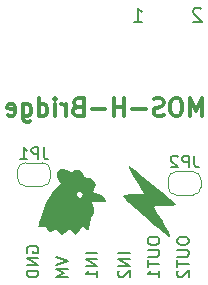
<source format=gbo>
G04 #@! TF.GenerationSoftware,KiCad,Pcbnew,7.0.10-7.0.10~ubuntu22.04.1*
G04 #@! TF.CreationDate,2024-01-16T23:48:01+08:00*
G04 #@! TF.ProjectId,EL_oscillator,454c5f6f-7363-4696-9c6c-61746f722e6b,rev?*
G04 #@! TF.SameCoordinates,Original*
G04 #@! TF.FileFunction,Legend,Bot*
G04 #@! TF.FilePolarity,Positive*
%FSLAX46Y46*%
G04 Gerber Fmt 4.6, Leading zero omitted, Abs format (unit mm)*
G04 Created by KiCad (PCBNEW 7.0.10-7.0.10~ubuntu22.04.1) date 2024-01-16 23:48:01*
%MOMM*%
%LPD*%
G01*
G04 APERTURE LIST*
G04 Aperture macros list*
%AMFreePoly0*
4,1,19,0.500000,-0.750000,0.000000,-0.750000,0.000000,-0.744911,-0.071157,-0.744911,-0.207708,-0.704816,-0.327430,-0.627875,-0.420627,-0.520320,-0.479746,-0.390866,-0.500000,-0.250000,-0.500000,0.250000,-0.479746,0.390866,-0.420627,0.520320,-0.327430,0.627875,-0.207708,0.704816,-0.071157,0.744911,0.000000,0.744911,0.000000,0.750000,0.500000,0.750000,0.500000,-0.750000,0.500000,-0.750000,
$1*%
%AMFreePoly1*
4,1,19,0.000000,0.744911,0.071157,0.744911,0.207708,0.704816,0.327430,0.627875,0.420627,0.520320,0.479746,0.390866,0.500000,0.250000,0.500000,-0.250000,0.479746,-0.390866,0.420627,-0.520320,0.327430,-0.627875,0.207708,-0.704816,0.071157,-0.744911,0.000000,-0.744911,0.000000,-0.750000,-0.500000,-0.750000,-0.500000,0.750000,0.000000,0.750000,0.000000,0.744911,0.000000,0.744911,
$1*%
G04 Aperture macros list end*
%ADD10C,0.200000*%
%ADD11C,0.150000*%
%ADD12C,0.300000*%
%ADD13C,0.120000*%
%ADD14R,1.700000X1.700000*%
%ADD15O,1.700000X1.700000*%
%ADD16R,1.600000X1.600000*%
%ADD17C,1.600000*%
%ADD18R,3.000000X3.000000*%
%ADD19C,3.000000*%
%ADD20FreePoly0,0.000000*%
%ADD21FreePoly1,0.000000*%
%ADD22FreePoly0,180.000000*%
%ADD23FreePoly1,180.000000*%
G04 APERTURE END LIST*
D10*
X118889850Y-100757028D02*
X118832707Y-100699885D01*
X118832707Y-100699885D02*
X118718422Y-100642742D01*
X118718422Y-100642742D02*
X118432707Y-100642742D01*
X118432707Y-100642742D02*
X118318422Y-100699885D01*
X118318422Y-100699885D02*
X118261279Y-100757028D01*
X118261279Y-100757028D02*
X118204136Y-100871314D01*
X118204136Y-100871314D02*
X118204136Y-100985600D01*
X118204136Y-100985600D02*
X118261279Y-101157028D01*
X118261279Y-101157028D02*
X118946993Y-101842742D01*
X118946993Y-101842742D02*
X118204136Y-101842742D01*
D11*
X110119819Y-121413221D02*
X109119819Y-121413221D01*
X110119819Y-121889411D02*
X109119819Y-121889411D01*
X109119819Y-121889411D02*
X110119819Y-122460839D01*
X110119819Y-122460839D02*
X109119819Y-122460839D01*
X110119819Y-123460839D02*
X110119819Y-122889411D01*
X110119819Y-123175125D02*
X109119819Y-123175125D01*
X109119819Y-123175125D02*
X109262676Y-123079887D01*
X109262676Y-123079887D02*
X109357914Y-122984649D01*
X109357914Y-122984649D02*
X109405533Y-122889411D01*
D12*
X118945489Y-109800828D02*
X118945489Y-108300828D01*
X118945489Y-108300828D02*
X118445489Y-109372257D01*
X118445489Y-109372257D02*
X117945489Y-108300828D01*
X117945489Y-108300828D02*
X117945489Y-109800828D01*
X116945488Y-108300828D02*
X116659774Y-108300828D01*
X116659774Y-108300828D02*
X116516917Y-108372257D01*
X116516917Y-108372257D02*
X116374060Y-108515114D01*
X116374060Y-108515114D02*
X116302631Y-108800828D01*
X116302631Y-108800828D02*
X116302631Y-109300828D01*
X116302631Y-109300828D02*
X116374060Y-109586542D01*
X116374060Y-109586542D02*
X116516917Y-109729400D01*
X116516917Y-109729400D02*
X116659774Y-109800828D01*
X116659774Y-109800828D02*
X116945488Y-109800828D01*
X116945488Y-109800828D02*
X117088346Y-109729400D01*
X117088346Y-109729400D02*
X117231203Y-109586542D01*
X117231203Y-109586542D02*
X117302631Y-109300828D01*
X117302631Y-109300828D02*
X117302631Y-108800828D01*
X117302631Y-108800828D02*
X117231203Y-108515114D01*
X117231203Y-108515114D02*
X117088346Y-108372257D01*
X117088346Y-108372257D02*
X116945488Y-108300828D01*
X115731202Y-109729400D02*
X115516917Y-109800828D01*
X115516917Y-109800828D02*
X115159774Y-109800828D01*
X115159774Y-109800828D02*
X115016917Y-109729400D01*
X115016917Y-109729400D02*
X114945488Y-109657971D01*
X114945488Y-109657971D02*
X114874059Y-109515114D01*
X114874059Y-109515114D02*
X114874059Y-109372257D01*
X114874059Y-109372257D02*
X114945488Y-109229400D01*
X114945488Y-109229400D02*
X115016917Y-109157971D01*
X115016917Y-109157971D02*
X115159774Y-109086542D01*
X115159774Y-109086542D02*
X115445488Y-109015114D01*
X115445488Y-109015114D02*
X115588345Y-108943685D01*
X115588345Y-108943685D02*
X115659774Y-108872257D01*
X115659774Y-108872257D02*
X115731202Y-108729400D01*
X115731202Y-108729400D02*
X115731202Y-108586542D01*
X115731202Y-108586542D02*
X115659774Y-108443685D01*
X115659774Y-108443685D02*
X115588345Y-108372257D01*
X115588345Y-108372257D02*
X115445488Y-108300828D01*
X115445488Y-108300828D02*
X115088345Y-108300828D01*
X115088345Y-108300828D02*
X114874059Y-108372257D01*
X114231203Y-109229400D02*
X113088346Y-109229400D01*
X112374060Y-109800828D02*
X112374060Y-108300828D01*
X112374060Y-109015114D02*
X111516917Y-109015114D01*
X111516917Y-109800828D02*
X111516917Y-108300828D01*
X110802631Y-109229400D02*
X109659774Y-109229400D01*
X108445488Y-109015114D02*
X108231202Y-109086542D01*
X108231202Y-109086542D02*
X108159773Y-109157971D01*
X108159773Y-109157971D02*
X108088345Y-109300828D01*
X108088345Y-109300828D02*
X108088345Y-109515114D01*
X108088345Y-109515114D02*
X108159773Y-109657971D01*
X108159773Y-109657971D02*
X108231202Y-109729400D01*
X108231202Y-109729400D02*
X108374059Y-109800828D01*
X108374059Y-109800828D02*
X108945488Y-109800828D01*
X108945488Y-109800828D02*
X108945488Y-108300828D01*
X108945488Y-108300828D02*
X108445488Y-108300828D01*
X108445488Y-108300828D02*
X108302631Y-108372257D01*
X108302631Y-108372257D02*
X108231202Y-108443685D01*
X108231202Y-108443685D02*
X108159773Y-108586542D01*
X108159773Y-108586542D02*
X108159773Y-108729400D01*
X108159773Y-108729400D02*
X108231202Y-108872257D01*
X108231202Y-108872257D02*
X108302631Y-108943685D01*
X108302631Y-108943685D02*
X108445488Y-109015114D01*
X108445488Y-109015114D02*
X108945488Y-109015114D01*
X107445488Y-109800828D02*
X107445488Y-108800828D01*
X107445488Y-109086542D02*
X107374059Y-108943685D01*
X107374059Y-108943685D02*
X107302631Y-108872257D01*
X107302631Y-108872257D02*
X107159773Y-108800828D01*
X107159773Y-108800828D02*
X107016916Y-108800828D01*
X106516917Y-109800828D02*
X106516917Y-108800828D01*
X106516917Y-108300828D02*
X106588345Y-108372257D01*
X106588345Y-108372257D02*
X106516917Y-108443685D01*
X106516917Y-108443685D02*
X106445488Y-108372257D01*
X106445488Y-108372257D02*
X106516917Y-108300828D01*
X106516917Y-108300828D02*
X106516917Y-108443685D01*
X105159774Y-109800828D02*
X105159774Y-108300828D01*
X105159774Y-109729400D02*
X105302631Y-109800828D01*
X105302631Y-109800828D02*
X105588345Y-109800828D01*
X105588345Y-109800828D02*
X105731202Y-109729400D01*
X105731202Y-109729400D02*
X105802631Y-109657971D01*
X105802631Y-109657971D02*
X105874059Y-109515114D01*
X105874059Y-109515114D02*
X105874059Y-109086542D01*
X105874059Y-109086542D02*
X105802631Y-108943685D01*
X105802631Y-108943685D02*
X105731202Y-108872257D01*
X105731202Y-108872257D02*
X105588345Y-108800828D01*
X105588345Y-108800828D02*
X105302631Y-108800828D01*
X105302631Y-108800828D02*
X105159774Y-108872257D01*
X103802631Y-108800828D02*
X103802631Y-110015114D01*
X103802631Y-110015114D02*
X103874059Y-110157971D01*
X103874059Y-110157971D02*
X103945488Y-110229400D01*
X103945488Y-110229400D02*
X104088345Y-110300828D01*
X104088345Y-110300828D02*
X104302631Y-110300828D01*
X104302631Y-110300828D02*
X104445488Y-110229400D01*
X103802631Y-109729400D02*
X103945488Y-109800828D01*
X103945488Y-109800828D02*
X104231202Y-109800828D01*
X104231202Y-109800828D02*
X104374059Y-109729400D01*
X104374059Y-109729400D02*
X104445488Y-109657971D01*
X104445488Y-109657971D02*
X104516916Y-109515114D01*
X104516916Y-109515114D02*
X104516916Y-109086542D01*
X104516916Y-109086542D02*
X104445488Y-108943685D01*
X104445488Y-108943685D02*
X104374059Y-108872257D01*
X104374059Y-108872257D02*
X104231202Y-108800828D01*
X104231202Y-108800828D02*
X103945488Y-108800828D01*
X103945488Y-108800828D02*
X103802631Y-108872257D01*
X102516916Y-109729400D02*
X102659773Y-109800828D01*
X102659773Y-109800828D02*
X102945488Y-109800828D01*
X102945488Y-109800828D02*
X103088345Y-109729400D01*
X103088345Y-109729400D02*
X103159773Y-109586542D01*
X103159773Y-109586542D02*
X103159773Y-109015114D01*
X103159773Y-109015114D02*
X103088345Y-108872257D01*
X103088345Y-108872257D02*
X102945488Y-108800828D01*
X102945488Y-108800828D02*
X102659773Y-108800828D01*
X102659773Y-108800828D02*
X102516916Y-108872257D01*
X102516916Y-108872257D02*
X102445488Y-109015114D01*
X102445488Y-109015114D02*
X102445488Y-109157971D01*
X102445488Y-109157971D02*
X103159773Y-109300828D01*
D11*
X112869819Y-121413221D02*
X111869819Y-121413221D01*
X112869819Y-121889411D02*
X111869819Y-121889411D01*
X111869819Y-121889411D02*
X112869819Y-122460839D01*
X112869819Y-122460839D02*
X111869819Y-122460839D01*
X111965057Y-122889411D02*
X111917438Y-122937030D01*
X111917438Y-122937030D02*
X111869819Y-123032268D01*
X111869819Y-123032268D02*
X111869819Y-123270363D01*
X111869819Y-123270363D02*
X111917438Y-123365601D01*
X111917438Y-123365601D02*
X111965057Y-123413220D01*
X111965057Y-123413220D02*
X112060295Y-123460839D01*
X112060295Y-123460839D02*
X112155533Y-123460839D01*
X112155533Y-123460839D02*
X112298390Y-123413220D01*
X112298390Y-123413220D02*
X112869819Y-122841792D01*
X112869819Y-122841792D02*
X112869819Y-123460839D01*
X114369819Y-120270363D02*
X114369819Y-120460839D01*
X114369819Y-120460839D02*
X114417438Y-120556077D01*
X114417438Y-120556077D02*
X114512676Y-120651315D01*
X114512676Y-120651315D02*
X114703152Y-120698934D01*
X114703152Y-120698934D02*
X115036485Y-120698934D01*
X115036485Y-120698934D02*
X115226961Y-120651315D01*
X115226961Y-120651315D02*
X115322200Y-120556077D01*
X115322200Y-120556077D02*
X115369819Y-120460839D01*
X115369819Y-120460839D02*
X115369819Y-120270363D01*
X115369819Y-120270363D02*
X115322200Y-120175125D01*
X115322200Y-120175125D02*
X115226961Y-120079887D01*
X115226961Y-120079887D02*
X115036485Y-120032268D01*
X115036485Y-120032268D02*
X114703152Y-120032268D01*
X114703152Y-120032268D02*
X114512676Y-120079887D01*
X114512676Y-120079887D02*
X114417438Y-120175125D01*
X114417438Y-120175125D02*
X114369819Y-120270363D01*
X114369819Y-121127506D02*
X115179342Y-121127506D01*
X115179342Y-121127506D02*
X115274580Y-121175125D01*
X115274580Y-121175125D02*
X115322200Y-121222744D01*
X115322200Y-121222744D02*
X115369819Y-121317982D01*
X115369819Y-121317982D02*
X115369819Y-121508458D01*
X115369819Y-121508458D02*
X115322200Y-121603696D01*
X115322200Y-121603696D02*
X115274580Y-121651315D01*
X115274580Y-121651315D02*
X115179342Y-121698934D01*
X115179342Y-121698934D02*
X114369819Y-121698934D01*
X114369819Y-122032268D02*
X114369819Y-122603696D01*
X115369819Y-122317982D02*
X114369819Y-122317982D01*
X115369819Y-123460839D02*
X115369819Y-122889411D01*
X115369819Y-123175125D02*
X114369819Y-123175125D01*
X114369819Y-123175125D02*
X114512676Y-123079887D01*
X114512676Y-123079887D02*
X114607914Y-122984649D01*
X114607914Y-122984649D02*
X114655533Y-122889411D01*
D10*
X113204136Y-101842742D02*
X113889850Y-101842742D01*
X113546993Y-101842742D02*
X113546993Y-100642742D01*
X113546993Y-100642742D02*
X113661279Y-100814171D01*
X113661279Y-100814171D02*
X113775564Y-100928457D01*
X113775564Y-100928457D02*
X113889850Y-100985600D01*
D11*
X106619819Y-121746554D02*
X107619819Y-122079887D01*
X107619819Y-122079887D02*
X106619819Y-122413220D01*
X107619819Y-122746554D02*
X106619819Y-122746554D01*
X106619819Y-122746554D02*
X107334104Y-123079887D01*
X107334104Y-123079887D02*
X106619819Y-123413220D01*
X106619819Y-123413220D02*
X107619819Y-123413220D01*
X116869819Y-120270363D02*
X116869819Y-120460839D01*
X116869819Y-120460839D02*
X116917438Y-120556077D01*
X116917438Y-120556077D02*
X117012676Y-120651315D01*
X117012676Y-120651315D02*
X117203152Y-120698934D01*
X117203152Y-120698934D02*
X117536485Y-120698934D01*
X117536485Y-120698934D02*
X117726961Y-120651315D01*
X117726961Y-120651315D02*
X117822200Y-120556077D01*
X117822200Y-120556077D02*
X117869819Y-120460839D01*
X117869819Y-120460839D02*
X117869819Y-120270363D01*
X117869819Y-120270363D02*
X117822200Y-120175125D01*
X117822200Y-120175125D02*
X117726961Y-120079887D01*
X117726961Y-120079887D02*
X117536485Y-120032268D01*
X117536485Y-120032268D02*
X117203152Y-120032268D01*
X117203152Y-120032268D02*
X117012676Y-120079887D01*
X117012676Y-120079887D02*
X116917438Y-120175125D01*
X116917438Y-120175125D02*
X116869819Y-120270363D01*
X116869819Y-121127506D02*
X117679342Y-121127506D01*
X117679342Y-121127506D02*
X117774580Y-121175125D01*
X117774580Y-121175125D02*
X117822200Y-121222744D01*
X117822200Y-121222744D02*
X117869819Y-121317982D01*
X117869819Y-121317982D02*
X117869819Y-121508458D01*
X117869819Y-121508458D02*
X117822200Y-121603696D01*
X117822200Y-121603696D02*
X117774580Y-121651315D01*
X117774580Y-121651315D02*
X117679342Y-121698934D01*
X117679342Y-121698934D02*
X116869819Y-121698934D01*
X116869819Y-122032268D02*
X116869819Y-122603696D01*
X117869819Y-122317982D02*
X116869819Y-122317982D01*
X116965057Y-122889411D02*
X116917438Y-122937030D01*
X116917438Y-122937030D02*
X116869819Y-123032268D01*
X116869819Y-123032268D02*
X116869819Y-123270363D01*
X116869819Y-123270363D02*
X116917438Y-123365601D01*
X116917438Y-123365601D02*
X116965057Y-123413220D01*
X116965057Y-123413220D02*
X117060295Y-123460839D01*
X117060295Y-123460839D02*
X117155533Y-123460839D01*
X117155533Y-123460839D02*
X117298390Y-123413220D01*
X117298390Y-123413220D02*
X117869819Y-122841792D01*
X117869819Y-122841792D02*
X117869819Y-123460839D01*
X104167438Y-121365601D02*
X104119819Y-121270363D01*
X104119819Y-121270363D02*
X104119819Y-121127506D01*
X104119819Y-121127506D02*
X104167438Y-120984649D01*
X104167438Y-120984649D02*
X104262676Y-120889411D01*
X104262676Y-120889411D02*
X104357914Y-120841792D01*
X104357914Y-120841792D02*
X104548390Y-120794173D01*
X104548390Y-120794173D02*
X104691247Y-120794173D01*
X104691247Y-120794173D02*
X104881723Y-120841792D01*
X104881723Y-120841792D02*
X104976961Y-120889411D01*
X104976961Y-120889411D02*
X105072200Y-120984649D01*
X105072200Y-120984649D02*
X105119819Y-121127506D01*
X105119819Y-121127506D02*
X105119819Y-121222744D01*
X105119819Y-121222744D02*
X105072200Y-121365601D01*
X105072200Y-121365601D02*
X105024580Y-121413220D01*
X105024580Y-121413220D02*
X104691247Y-121413220D01*
X104691247Y-121413220D02*
X104691247Y-121222744D01*
X105119819Y-121841792D02*
X104119819Y-121841792D01*
X104119819Y-121841792D02*
X105119819Y-122413220D01*
X105119819Y-122413220D02*
X104119819Y-122413220D01*
X105119819Y-122889411D02*
X104119819Y-122889411D01*
X104119819Y-122889411D02*
X104119819Y-123127506D01*
X104119819Y-123127506D02*
X104167438Y-123270363D01*
X104167438Y-123270363D02*
X104262676Y-123365601D01*
X104262676Y-123365601D02*
X104357914Y-123413220D01*
X104357914Y-123413220D02*
X104548390Y-123460839D01*
X104548390Y-123460839D02*
X104691247Y-123460839D01*
X104691247Y-123460839D02*
X104881723Y-123413220D01*
X104881723Y-123413220D02*
X104976961Y-123365601D01*
X104976961Y-123365601D02*
X105072200Y-123270363D01*
X105072200Y-123270363D02*
X105119819Y-123127506D01*
X105119819Y-123127506D02*
X105119819Y-122889411D01*
X105583333Y-112454819D02*
X105583333Y-113169104D01*
X105583333Y-113169104D02*
X105630952Y-113311961D01*
X105630952Y-113311961D02*
X105726190Y-113407200D01*
X105726190Y-113407200D02*
X105869047Y-113454819D01*
X105869047Y-113454819D02*
X105964285Y-113454819D01*
X105107142Y-113454819D02*
X105107142Y-112454819D01*
X105107142Y-112454819D02*
X104726190Y-112454819D01*
X104726190Y-112454819D02*
X104630952Y-112502438D01*
X104630952Y-112502438D02*
X104583333Y-112550057D01*
X104583333Y-112550057D02*
X104535714Y-112645295D01*
X104535714Y-112645295D02*
X104535714Y-112788152D01*
X104535714Y-112788152D02*
X104583333Y-112883390D01*
X104583333Y-112883390D02*
X104630952Y-112931009D01*
X104630952Y-112931009D02*
X104726190Y-112978628D01*
X104726190Y-112978628D02*
X105107142Y-112978628D01*
X103583333Y-113454819D02*
X104154761Y-113454819D01*
X103869047Y-113454819D02*
X103869047Y-112454819D01*
X103869047Y-112454819D02*
X103964285Y-112597676D01*
X103964285Y-112597676D02*
X104059523Y-112692914D01*
X104059523Y-112692914D02*
X104154761Y-112740533D01*
X118333333Y-113154819D02*
X118333333Y-113869104D01*
X118333333Y-113869104D02*
X118380952Y-114011961D01*
X118380952Y-114011961D02*
X118476190Y-114107200D01*
X118476190Y-114107200D02*
X118619047Y-114154819D01*
X118619047Y-114154819D02*
X118714285Y-114154819D01*
X117857142Y-114154819D02*
X117857142Y-113154819D01*
X117857142Y-113154819D02*
X117476190Y-113154819D01*
X117476190Y-113154819D02*
X117380952Y-113202438D01*
X117380952Y-113202438D02*
X117333333Y-113250057D01*
X117333333Y-113250057D02*
X117285714Y-113345295D01*
X117285714Y-113345295D02*
X117285714Y-113488152D01*
X117285714Y-113488152D02*
X117333333Y-113583390D01*
X117333333Y-113583390D02*
X117380952Y-113631009D01*
X117380952Y-113631009D02*
X117476190Y-113678628D01*
X117476190Y-113678628D02*
X117857142Y-113678628D01*
X116904761Y-113250057D02*
X116857142Y-113202438D01*
X116857142Y-113202438D02*
X116761904Y-113154819D01*
X116761904Y-113154819D02*
X116523809Y-113154819D01*
X116523809Y-113154819D02*
X116428571Y-113202438D01*
X116428571Y-113202438D02*
X116380952Y-113250057D01*
X116380952Y-113250057D02*
X116333333Y-113345295D01*
X116333333Y-113345295D02*
X116333333Y-113440533D01*
X116333333Y-113440533D02*
X116380952Y-113583390D01*
X116380952Y-113583390D02*
X116952380Y-114154819D01*
X116952380Y-114154819D02*
X116333333Y-114154819D01*
G36*
X112964912Y-114094132D02*
G01*
X113073341Y-114180164D01*
X113302772Y-114366006D01*
X113617189Y-114622722D01*
X113991885Y-114929960D01*
X114402153Y-115267372D01*
X114823287Y-115614606D01*
X115230578Y-115951314D01*
X115599321Y-116257145D01*
X115904809Y-116511748D01*
X116122334Y-116694775D01*
X116252658Y-116807671D01*
X116495357Y-117031022D01*
X116668946Y-117209026D01*
X116742375Y-117310834D01*
X116742553Y-117333593D01*
X116685976Y-117377111D01*
X116529642Y-117404682D01*
X116250413Y-117419143D01*
X115825153Y-117423333D01*
X115488149Y-117427808D01*
X115180032Y-117441995D01*
X114976044Y-117463584D01*
X114908778Y-117490197D01*
X114931660Y-117532421D01*
X115030185Y-117701647D01*
X115191363Y-117973235D01*
X115399691Y-118321114D01*
X115639663Y-118719213D01*
X115792974Y-118976913D01*
X116003953Y-119347466D01*
X116166402Y-119653105D01*
X116266601Y-119867590D01*
X116290833Y-119964682D01*
X116274353Y-119988339D01*
X116194313Y-120048000D01*
X116151147Y-120021080D01*
X115993087Y-119898437D01*
X115737246Y-119690098D01*
X115401236Y-119410896D01*
X115002668Y-119075666D01*
X114559153Y-118699242D01*
X114088303Y-118296459D01*
X113607729Y-117882150D01*
X113135044Y-117471150D01*
X113124520Y-117461947D01*
X112776397Y-117146286D01*
X112509818Y-116882133D01*
X112341802Y-116687422D01*
X112289370Y-116580086D01*
X112296821Y-116557189D01*
X112361748Y-116502457D01*
X112512153Y-116465499D01*
X112775976Y-116441474D01*
X113181160Y-116425538D01*
X113445498Y-116416300D01*
X113756610Y-116399547D01*
X113969250Y-116380617D01*
X114048000Y-116362101D01*
X114037458Y-116338294D01*
X113956421Y-116195722D01*
X113808459Y-115948503D01*
X113609197Y-115622574D01*
X113374262Y-115243869D01*
X113317115Y-115151815D01*
X113069575Y-114737301D01*
X112891243Y-114410166D01*
X112791071Y-114187767D01*
X112778007Y-114087460D01*
X112825191Y-114059010D01*
X112964912Y-114094132D01*
G37*
G36*
X110262607Y-116447574D02*
G01*
X110553348Y-116618282D01*
X110755126Y-116802888D01*
X110830667Y-116972425D01*
X110829442Y-116984559D01*
X110760999Y-117043115D01*
X110570919Y-117075014D01*
X110235826Y-117084667D01*
X109640985Y-117084667D01*
X109770160Y-117334462D01*
X109875406Y-117624868D01*
X109873101Y-117959159D01*
X109722691Y-118235447D01*
X109675543Y-118293531D01*
X109562816Y-118549909D01*
X109499265Y-118939404D01*
X109494482Y-118989392D01*
X109445624Y-119290264D01*
X109369094Y-119432781D01*
X109253866Y-119426075D01*
X109088916Y-119279277D01*
X108929587Y-119103220D01*
X108616415Y-119469777D01*
X108303243Y-119836333D01*
X108046806Y-119591348D01*
X107790368Y-119346364D01*
X107487238Y-119612515D01*
X107387960Y-119696965D01*
X107217712Y-119827613D01*
X107123554Y-119879430D01*
X107106519Y-119874003D01*
X106998054Y-119784255D01*
X106848256Y-119618986D01*
X106633511Y-119357779D01*
X106357591Y-119512390D01*
X106183135Y-119600859D01*
X106075720Y-119613379D01*
X106006632Y-119540000D01*
X105889315Y-119352008D01*
X105757397Y-119202810D01*
X105620806Y-119159426D01*
X105434309Y-119194554D01*
X105409456Y-119201402D01*
X105219534Y-119231297D01*
X105119607Y-119207708D01*
X105115183Y-119191494D01*
X105134883Y-119042625D01*
X105202950Y-118781299D01*
X105307558Y-118442713D01*
X105436879Y-118062061D01*
X105579087Y-117674540D01*
X105722354Y-117315345D01*
X105854855Y-117019672D01*
X106033170Y-116709941D01*
X106216716Y-116449667D01*
X108417667Y-116449667D01*
X108419428Y-116513363D01*
X108467834Y-116670871D01*
X108608546Y-116730771D01*
X108731827Y-116724469D01*
X108854853Y-116613430D01*
X108864881Y-116437498D01*
X108761676Y-116267234D01*
X108577773Y-116195667D01*
X108546323Y-116197278D01*
X108445700Y-116261909D01*
X108417667Y-116449667D01*
X106216716Y-116449667D01*
X106295200Y-116338374D01*
X106567446Y-116017136D01*
X107020841Y-115545263D01*
X106851421Y-115329880D01*
X106743354Y-115154881D01*
X106672495Y-114869931D01*
X106711132Y-114607508D01*
X106838217Y-114396962D01*
X107032703Y-114267643D01*
X107273542Y-114248904D01*
X107539688Y-114370094D01*
X107724982Y-114485043D01*
X107941408Y-114540017D01*
X108079000Y-114460000D01*
X108082035Y-114455675D01*
X108203323Y-114398787D01*
X108409542Y-114375333D01*
X108597157Y-114401282D01*
X108846423Y-114560947D01*
X109006025Y-114862167D01*
X109099731Y-115005908D01*
X109300955Y-115052667D01*
X109454008Y-115072908D01*
X109714305Y-115196138D01*
X109908041Y-115394422D01*
X109984000Y-115624855D01*
X109938463Y-115821842D01*
X109809151Y-116032205D01*
X109634302Y-116218323D01*
X110036885Y-116355497D01*
X110237906Y-116437498D01*
X110262607Y-116447574D01*
G37*
D13*
X103350000Y-114450000D02*
X103350000Y-115050000D01*
X104050000Y-115750000D02*
X105450000Y-115750000D01*
X105450000Y-113750000D02*
X104050000Y-113750000D01*
X106150000Y-115050000D02*
X106150000Y-114450000D01*
X104050000Y-113750000D02*
G75*
G03*
X103350000Y-114450000I-1J-699999D01*
G01*
X103350000Y-115050000D02*
G75*
G03*
X104050000Y-115750000I699999J-1D01*
G01*
X106150000Y-114450000D02*
G75*
G03*
X105450000Y-113750000I-700000J0D01*
G01*
X105450000Y-115750000D02*
G75*
G03*
X106150000Y-115050000I0J700000D01*
G01*
X118900000Y-115800000D02*
X118900000Y-115200000D01*
X118200000Y-114500000D02*
X116800000Y-114500000D01*
X116800000Y-116500000D02*
X118200000Y-116500000D01*
X116100000Y-115200000D02*
X116100000Y-115800000D01*
X118200000Y-116500000D02*
G75*
G03*
X118900000Y-115800000I1J699999D01*
G01*
X118900000Y-115200000D02*
G75*
G03*
X118200000Y-114500000I-699999J1D01*
G01*
X116100000Y-115800000D02*
G75*
G03*
X116800000Y-116500000I700000J0D01*
G01*
X116800000Y-114500000D02*
G75*
G03*
X116100000Y-115200000I0J-700000D01*
G01*
%LPC*%
D14*
X104650000Y-125300000D03*
D15*
X107190000Y-125300000D03*
X109730000Y-125300000D03*
X112270000Y-125300000D03*
X114810000Y-125300000D03*
X117350000Y-125300000D03*
D16*
X112000000Y-112000000D03*
D17*
X110000000Y-112000000D03*
D18*
X103380000Y-104300000D03*
D19*
X108460000Y-104300000D03*
X113540000Y-104300000D03*
X118620000Y-104300000D03*
D20*
X104100000Y-114750000D03*
D21*
X105400000Y-114750000D03*
D22*
X118150000Y-115500000D03*
D23*
X116850000Y-115500000D03*
%LPD*%
M02*

</source>
